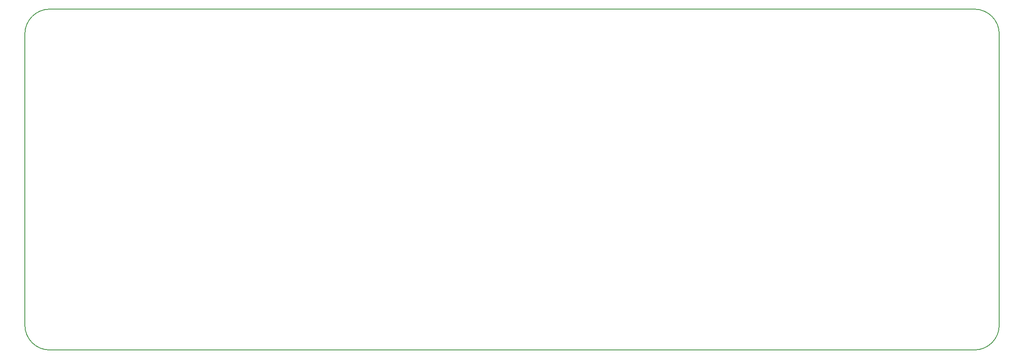
<source format=gbr>
G04 #@! TF.GenerationSoftware,KiCad,Pcbnew,5.0.2+dfsg1-1*
G04 #@! TF.CreationDate,2021-12-02T09:07:37+03:00*
G04 #@! TF.ProjectId,sound-20d01mb,736f756e-642d-4323-9064-30316d622e6b,0*
G04 #@! TF.SameCoordinates,Original*
G04 #@! TF.FileFunction,Profile,NP*
%FSLAX46Y46*%
G04 Gerber Fmt 4.6, Leading zero omitted, Abs format (unit mm)*
G04 Created by KiCad (PCBNEW 5.0.2+dfsg1-1) date Thu 02 Dec 2021 09:07:37 AM MSK*
%MOMM*%
%LPD*%
G01*
G04 APERTURE LIST*
%ADD10C,0.150000*%
%ADD11C,0.200000*%
G04 APERTURE END LIST*
D10*
X251460000Y-121920000D02*
G75*
G02X246380000Y-127000000I-5080000J0D01*
G01*
X246380000Y-57150000D02*
G75*
G02X251460000Y-62230000I0J-5080000D01*
G01*
X57150000Y-127000000D02*
G75*
G02X52070000Y-121920000I0J5080000D01*
G01*
X52070000Y-62230000D02*
G75*
G02X57150000Y-57150000I5080000J0D01*
G01*
D11*
X52070000Y-121920000D02*
X52070000Y-62230000D01*
X246380000Y-127000000D02*
X57150000Y-127000000D01*
X251460000Y-62230000D02*
X251460000Y-121920000D01*
X57150000Y-57150000D02*
X246380000Y-57150000D01*
M02*

</source>
